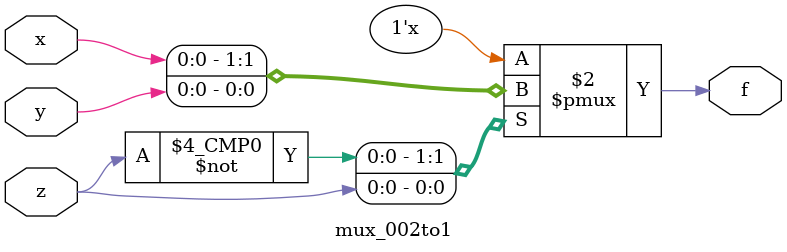
<source format=v>
module mux4to1(a,b,c,d,s,F);
input a,b,c,d;
input [1:0]s;
output F;
wire q1,q2;

mux_002to1 f1(a,b,s[0],q1);
mux_002to1 f2(c,d,s[0],q2);
mux_002to1 f3(q1,q2,s[1],F);

endmodule

module mux_002to1(x,y,z,f);
input x,y,z;
output reg f;

always@(x,y,z)
begin
case(z)
0 : f <= x;
1 : f <= y;
endcase
end
endmodule



</source>
